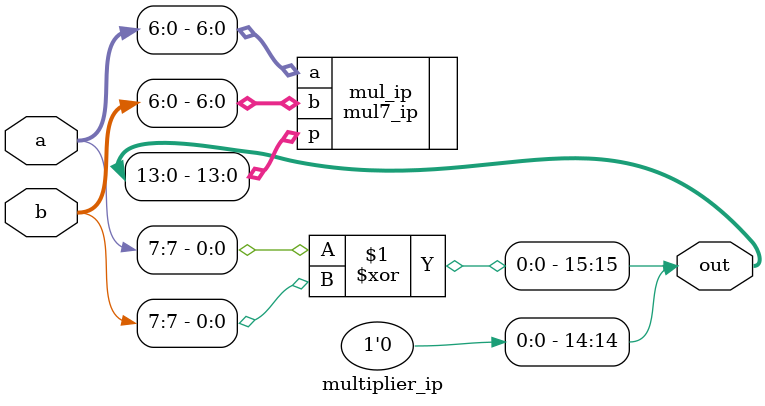
<source format=v>
`timescale 1ns / 1ps

module multiplier_ip(input [7:0] a, input [7:0] b, output [15:0] out);

	assign out[15] = a[7] ^ b[7];
	assign out[14] = 1'b0;
	
	mul7_ip mul_ip (.a(a[6:0]), .b(b[6:0]), .p(out[13:0]));

endmodule

</source>
